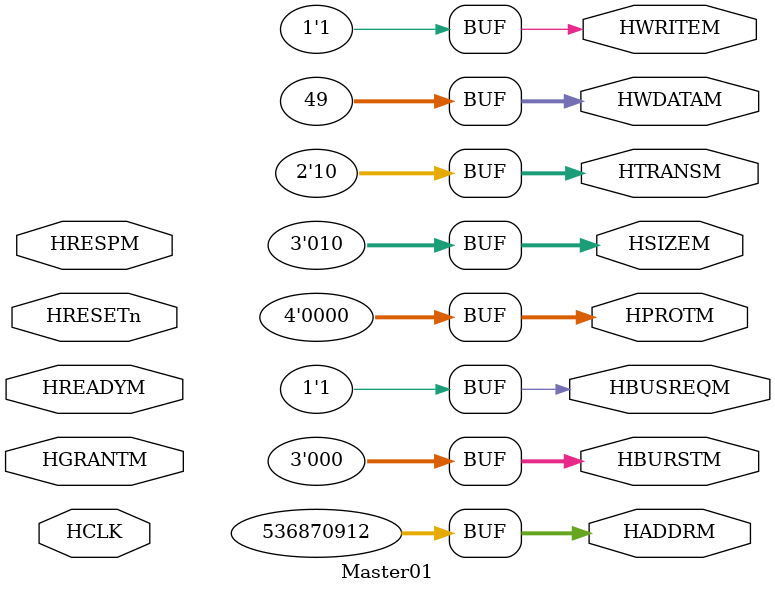
<source format=v>

module Master01  (HCLK, HRESETn,HREADYM,HRESPM,HGRANTM, HADDRM, HTRANSM, HWRITEM, HSIZEM, HBURSTM, HPROTM,
          HWDATAM, HBUSREQM 
          );

  // Signals used during normal operation 
  input     HCLK;
  input     HRESETn;

  // Signals from AMBA bus used during normal operation
  input         HREADYM;
  input  [1:0]  HRESPM;    //dont care
  input         HGRANTM; 
 

  // Signals to AMBA bus used during normal operation
  output[31:0] HADDRM;
  output [1:0] HTRANSM;
  output       HWRITEM;
  output [2:0] HSIZEM;
  output [2:0] HBURSTM;
  output [3:0] HPROTM;
  output[31:0] HWDATAM;
  output       HBUSREQM;



  //---------------------------------------------------------------------- 
  // Signal declarations
  //----------------------------------------------------------------------


  assign HBURSTM = 3'b000;  //SINGLE
  assign HSIZEM = 3'b010;  //WORD
  assign HWRITEM = 1'b1 ;   
  assign HADDRM = 32'h2000_0000; //Tube
  assign HTRANSM = 2'b10;  // NONSEQ
  assign HBUSREQM = 1'b1 ;   
  assign HWDATAM = 32'h0000_0031;
  assign HPROTM = 4'b0000;

  
endmodule


</source>
